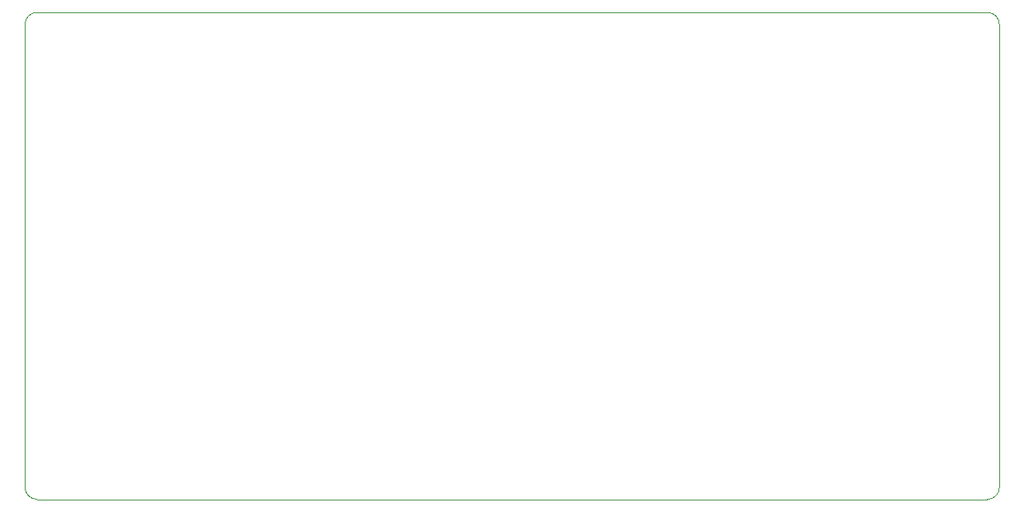
<source format=gko>
G04 Layer_Color=16711935*
%FSLAX25Y25*%
%MOIN*%
G70*
G01*
G75*
%ADD45C,0.00394*%
D45*
X4921Y196850D02*
G03*
X0Y191929I0J-4921D01*
G01*
X393701D02*
G03*
X388779Y196850I-4921J0D01*
G01*
Y0D02*
G03*
X393701Y4921I0J4921D01*
G01*
X0D02*
G03*
X4921Y0I4921J0D01*
G01*
Y196850D02*
X200787D01*
X388779D01*
X393701Y4921D02*
Y191929D01*
X0Y4921D02*
Y191929D01*
X4921Y0D02*
X388779D01*
M02*

</source>
